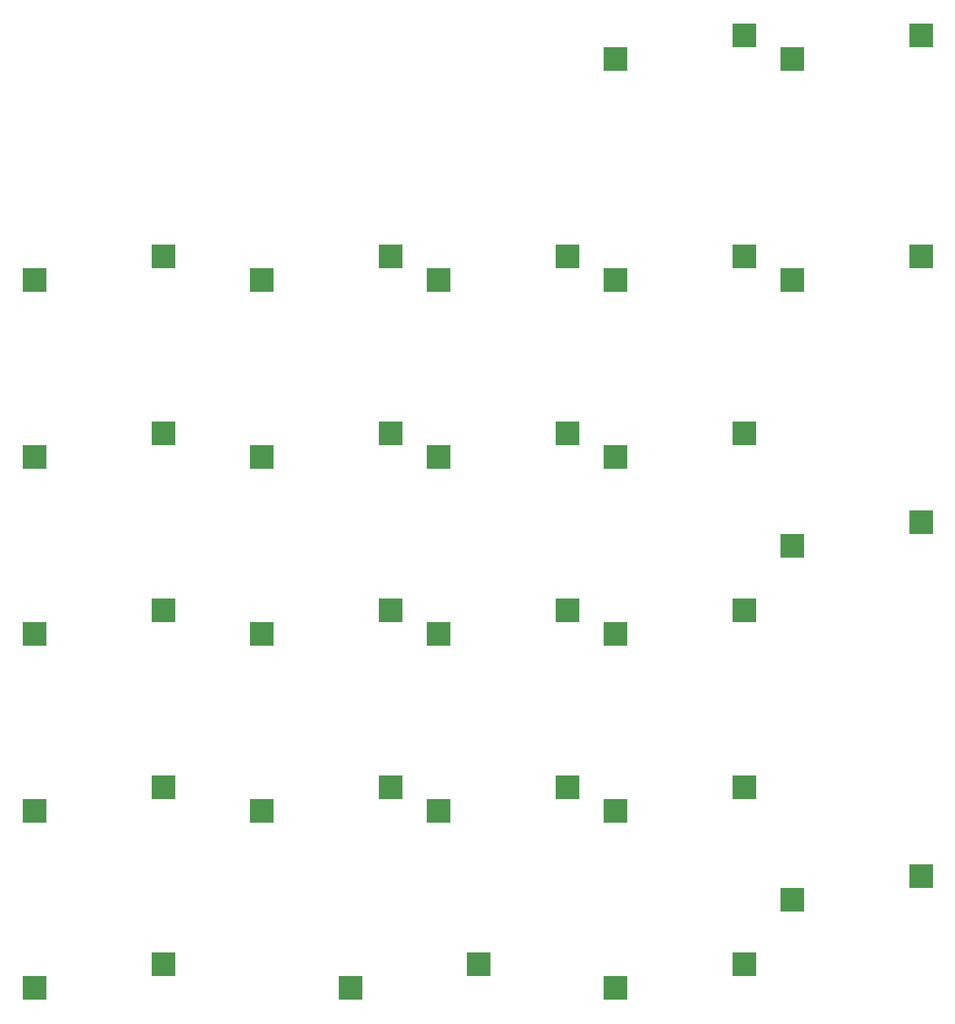
<source format=gbr>
%TF.GenerationSoftware,KiCad,Pcbnew,7.0.7*%
%TF.CreationDate,2024-03-05T00:21:34+09:00*%
%TF.ProjectId,RP2040_KBD,52503230-3430-45f4-9b42-442e6b696361,rev?*%
%TF.SameCoordinates,Original*%
%TF.FileFunction,Paste,Bot*%
%TF.FilePolarity,Positive*%
%FSLAX46Y46*%
G04 Gerber Fmt 4.6, Leading zero omitted, Abs format (unit mm)*
G04 Created by KiCad (PCBNEW 7.0.7) date 2024-03-05 00:21:34*
%MOMM*%
%LPD*%
G01*
G04 APERTURE LIST*
%ADD10R,2.550000X2.500000*%
G04 APERTURE END LIST*
D10*
%TO.C,SW3*%
X45800000Y-88600000D03*
X59650000Y-86060000D03*
%TD*%
%TO.C,SW14*%
X89320000Y-107650000D03*
X103170000Y-105110000D03*
%TD*%
%TO.C,SW6*%
X45800000Y-145750000D03*
X59650000Y-143210000D03*
%TD*%
%TO.C,SW8*%
X70270000Y-88600000D03*
X84120000Y-86060000D03*
%TD*%
%TO.C,SW17*%
X108370000Y-88600000D03*
X122220000Y-86060000D03*
%TD*%
%TO.C,SW13*%
X89320000Y-88600000D03*
X103170000Y-86060000D03*
%TD*%
%TO.C,SW15*%
X89320000Y-126700000D03*
X103170000Y-124160000D03*
%TD*%
%TO.C,SW22*%
X127420000Y-98125000D03*
X141270000Y-95585000D03*
%TD*%
%TO.C,SW11*%
X79795000Y-145750000D03*
X93645000Y-143210000D03*
%TD*%
%TO.C,SW12*%
X89320000Y-69550000D03*
X103170000Y-67010000D03*
%TD*%
%TO.C,SW4*%
X45800000Y-107650000D03*
X59650000Y-105110000D03*
%TD*%
%TO.C,SW5*%
X45800000Y-126700000D03*
X59650000Y-124160000D03*
%TD*%
%TO.C,SW19*%
X108370000Y-126700000D03*
X122220000Y-124160000D03*
%TD*%
%TO.C,SW18*%
X108370000Y-107650000D03*
X122220000Y-105110000D03*
%TD*%
%TO.C,SW9*%
X70270000Y-107650000D03*
X84120000Y-105110000D03*
%TD*%
%TO.C,SW10*%
X70270000Y-126700000D03*
X84120000Y-124160000D03*
%TD*%
%TO.C,SW20*%
X108370000Y-145750000D03*
X122220000Y-143210000D03*
%TD*%
%TO.C,SW2*%
X45800000Y-69550000D03*
X59650000Y-67010000D03*
%TD*%
%TO.C,SW24*%
X108370000Y-45780000D03*
X122220000Y-43240000D03*
%TD*%
%TO.C,SW7*%
X70270000Y-69550000D03*
X84120000Y-67010000D03*
%TD*%
%TO.C,SW23*%
X127420000Y-136225000D03*
X141270000Y-133685000D03*
%TD*%
%TO.C,SW21*%
X127420000Y-69550000D03*
X141270000Y-67010000D03*
%TD*%
%TO.C,SW25*%
X127420000Y-45780000D03*
X141270000Y-43240000D03*
%TD*%
%TO.C,SW16*%
X108370000Y-69550000D03*
X122220000Y-67010000D03*
%TD*%
M02*

</source>
